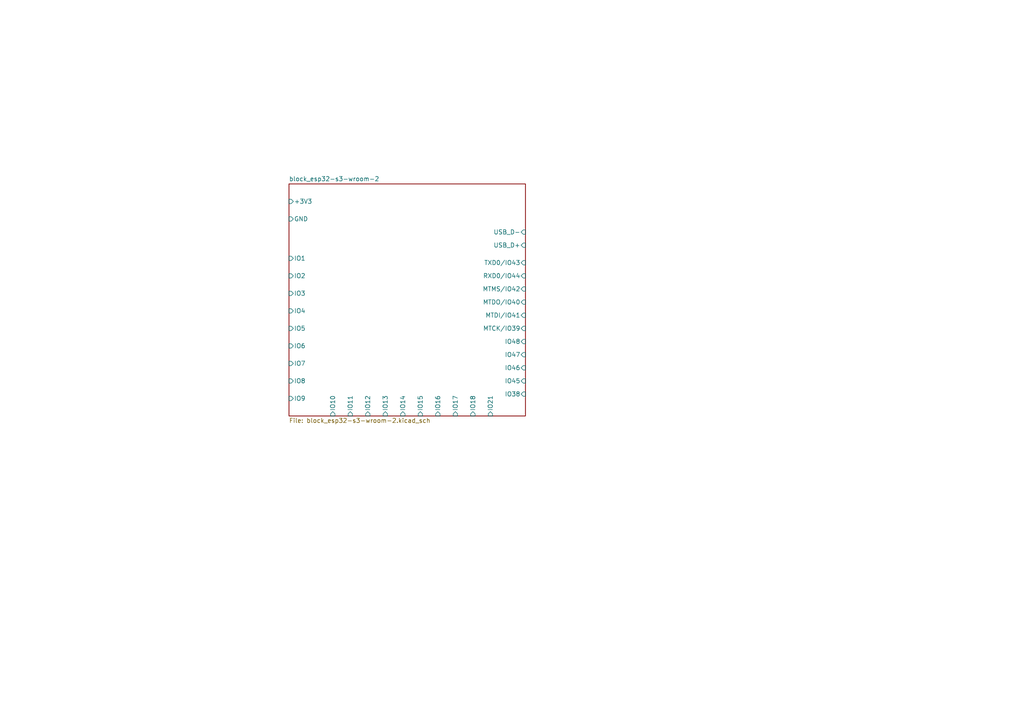
<source format=kicad_sch>
(kicad_sch
	(version 20250114)
	(generator "eeschema")
	(generator_version "9.0")
	(uuid "2b66d0cb-ee88-4f16-bd13-ca6704331a98")
	(paper "A4")
	(lib_symbols)
	(sheet
		(at 83.82 53.34)
		(size 68.58 67.31)
		(exclude_from_sim no)
		(in_bom yes)
		(on_board yes)
		(dnp no)
		(fields_autoplaced yes)
		(stroke
			(width 0.1524)
			(type solid)
		)
		(fill
			(color 0 0 0 0.0000)
		)
		(uuid "20e74f70-5ed9-4cb7-99f3-ee3dcb0785e5")
		(property "Sheetname" "block_esp32-s3-wroom-2"
			(at 83.82 52.6284 0)
			(effects
				(font
					(size 1.27 1.27)
				)
				(justify left bottom)
			)
		)
		(property "Sheetfile" "block_esp32-s3-wroom-2.kicad_sch"
			(at 83.82 121.2346 0)
			(effects
				(font
					(size 1.27 1.27)
				)
				(justify left top)
			)
		)
		(pin "+3V3" input
			(at 83.82 58.42 180)
			(uuid "57a344eb-8cab-4224-b610-4906013723e9")
			(effects
				(font
					(size 1.27 1.27)
				)
				(justify left)
			)
		)
		(pin "GND" input
			(at 83.82 63.5 180)
			(uuid "e9df5f8a-9862-4f6f-a688-f49866e34bf0")
			(effects
				(font
					(size 1.27 1.27)
				)
				(justify left)
			)
		)
		(pin "IO1" input
			(at 83.82 74.93 180)
			(uuid "121323ef-0a3a-4b38-9d29-1acf8ef320eb")
			(effects
				(font
					(size 1.27 1.27)
				)
				(justify left)
			)
		)
		(pin "IO2" input
			(at 83.82 80.01 180)
			(uuid "60baca34-5b5b-4eb2-891c-8e679411b08e")
			(effects
				(font
					(size 1.27 1.27)
				)
				(justify left)
			)
		)
		(pin "IO3" input
			(at 83.82 85.09 180)
			(uuid "5e97bd9e-62e3-440e-b413-921fb9806a6d")
			(effects
				(font
					(size 1.27 1.27)
				)
				(justify left)
			)
		)
		(pin "IO4" input
			(at 83.82 90.17 180)
			(uuid "84a6f608-93eb-44f1-8a84-c99a9e93c113")
			(effects
				(font
					(size 1.27 1.27)
				)
				(justify left)
			)
		)
		(pin "IO5" input
			(at 83.82 95.25 180)
			(uuid "f43fbd65-1daf-4234-a36e-cb38ed74f090")
			(effects
				(font
					(size 1.27 1.27)
				)
				(justify left)
			)
		)
		(pin "IO6" input
			(at 83.82 100.33 180)
			(uuid "594e606e-58e1-42fd-85c0-71d0a8e826e1")
			(effects
				(font
					(size 1.27 1.27)
				)
				(justify left)
			)
		)
		(pin "IO7" input
			(at 83.82 105.41 180)
			(uuid "daef75c0-8e56-4488-be25-21d22dec0c90")
			(effects
				(font
					(size 1.27 1.27)
				)
				(justify left)
			)
		)
		(pin "IO8" input
			(at 83.82 110.49 180)
			(uuid "7ba536ab-f0e5-4c3d-a946-54056e2ac1fa")
			(effects
				(font
					(size 1.27 1.27)
				)
				(justify left)
			)
		)
		(pin "IO9" input
			(at 83.82 115.57 180)
			(uuid "a1968509-c4b8-4cb2-a28e-3f5438022a17")
			(effects
				(font
					(size 1.27 1.27)
				)
				(justify left)
			)
		)
		(pin "IO10" input
			(at 96.52 120.65 270)
			(uuid "261a4e30-8bbd-4de6-87a5-cd146042cf59")
			(effects
				(font
					(size 1.27 1.27)
				)
				(justify left)
			)
		)
		(pin "IO11" input
			(at 101.6 120.65 270)
			(uuid "6be5f383-dc30-4fcb-a82a-17b7359fede9")
			(effects
				(font
					(size 1.27 1.27)
				)
				(justify left)
			)
		)
		(pin "IO12" input
			(at 106.68 120.65 270)
			(uuid "07c5f8eb-b491-4308-8531-f87e500a222e")
			(effects
				(font
					(size 1.27 1.27)
				)
				(justify left)
			)
		)
		(pin "IO13" input
			(at 111.76 120.65 270)
			(uuid "9999a7af-5327-43a6-bb56-385a5364e6d4")
			(effects
				(font
					(size 1.27 1.27)
				)
				(justify left)
			)
		)
		(pin "IO14" input
			(at 116.84 120.65 270)
			(uuid "dda233d7-f62b-47bc-b69b-80840a3f359d")
			(effects
				(font
					(size 1.27 1.27)
				)
				(justify left)
			)
		)
		(pin "IO15" input
			(at 121.92 120.65 270)
			(uuid "566547ef-4927-4b7f-8cd9-5892f8c151e2")
			(effects
				(font
					(size 1.27 1.27)
				)
				(justify left)
			)
		)
		(pin "IO16" input
			(at 127 120.65 270)
			(uuid "5428ef51-b3cb-492a-8aa7-c74b08695cbb")
			(effects
				(font
					(size 1.27 1.27)
				)
				(justify left)
			)
		)
		(pin "IO17" input
			(at 132.08 120.65 270)
			(uuid "abfcd1cc-0f04-4632-8be0-09c83114e5f8")
			(effects
				(font
					(size 1.27 1.27)
				)
				(justify left)
			)
		)
		(pin "IO18" input
			(at 137.16 120.65 270)
			(uuid "39102365-0d79-4d70-b8a8-d66a54b367b1")
			(effects
				(font
					(size 1.27 1.27)
				)
				(justify left)
			)
		)
		(pin "IO21" input
			(at 142.24 120.65 270)
			(uuid "562efea0-08d8-4036-9ca4-eb2c8f414a5e")
			(effects
				(font
					(size 1.27 1.27)
				)
				(justify left)
			)
		)
		(pin "IO38" input
			(at 152.4 114.3 0)
			(uuid "f9949923-ea3e-4560-81a7-aca6b0f8a0c5")
			(effects
				(font
					(size 1.27 1.27)
				)
				(justify right)
			)
		)
		(pin "IO45" input
			(at 152.4 110.49 0)
			(uuid "ac06ce6b-e38e-465f-b767-98f4073bb107")
			(effects
				(font
					(size 1.27 1.27)
				)
				(justify right)
			)
		)
		(pin "IO46" input
			(at 152.4 106.68 0)
			(uuid "ffe5b114-5994-4f8e-a5d7-657a32f04069")
			(effects
				(font
					(size 1.27 1.27)
				)
				(justify right)
			)
		)
		(pin "IO47" input
			(at 152.4 102.87 0)
			(uuid "3d3527be-7552-4d7c-b377-678b1f8a9329")
			(effects
				(font
					(size 1.27 1.27)
				)
				(justify right)
			)
		)
		(pin "IO48" input
			(at 152.4 99.06 0)
			(uuid "f33dbf48-43aa-4d50-be8b-97198ab11a7f")
			(effects
				(font
					(size 1.27 1.27)
				)
				(justify right)
			)
		)
		(pin "MTCK{slash}IO39" input
			(at 152.4 95.25 0)
			(uuid "d7fdc3e9-e8c1-47e1-9a29-366f840f4f12")
			(effects
				(font
					(size 1.27 1.27)
				)
				(justify right)
			)
		)
		(pin "MTDI{slash}IO41" input
			(at 152.4 91.44 0)
			(uuid "29e03098-223b-4025-9c6d-5672957c5c64")
			(effects
				(font
					(size 1.27 1.27)
				)
				(justify right)
			)
		)
		(pin "MTDO{slash}IO40" input
			(at 152.4 87.63 0)
			(uuid "55c9efd4-0854-435a-b573-8ed6251739a7")
			(effects
				(font
					(size 1.27 1.27)
				)
				(justify right)
			)
		)
		(pin "MTMS{slash}IO42" input
			(at 152.4 83.82 0)
			(uuid "5304d23d-7645-48ad-beaf-84b9626b3d05")
			(effects
				(font
					(size 1.27 1.27)
				)
				(justify right)
			)
		)
		(pin "RXD0{slash}IO44" input
			(at 152.4 80.01 0)
			(uuid "56b94d9f-2ba9-4d0b-ad89-f18d685ac767")
			(effects
				(font
					(size 1.27 1.27)
				)
				(justify right)
			)
		)
		(pin "TXD0{slash}IO43" input
			(at 152.4 76.2 0)
			(uuid "76c13035-b0b7-4237-9789-fa7e1ae0814b")
			(effects
				(font
					(size 1.27 1.27)
				)
				(justify right)
			)
		)
		(pin "USB_D+" input
			(at 152.4 71.12 0)
			(uuid "04df3eb6-26c8-42b6-8372-066dc852e165")
			(effects
				(font
					(size 1.27 1.27)
				)
				(justify right)
			)
		)
		(pin "USB_D-" input
			(at 152.4 67.31 0)
			(uuid "6f00477f-da7a-4f9a-a918-4391ca2ac999")
			(effects
				(font
					(size 1.27 1.27)
				)
				(justify right)
			)
		)
		(instances
			(project "ESP32-S3-WROOM-2"
				(path "/2b66d0cb-ee88-4f16-bd13-ca6704331a98"
					(page "2")
				)
			)
		)
	)
	(sheet_instances
		(path "/"
			(page "1")
		)
	)
	(embedded_fonts no)
)

</source>
